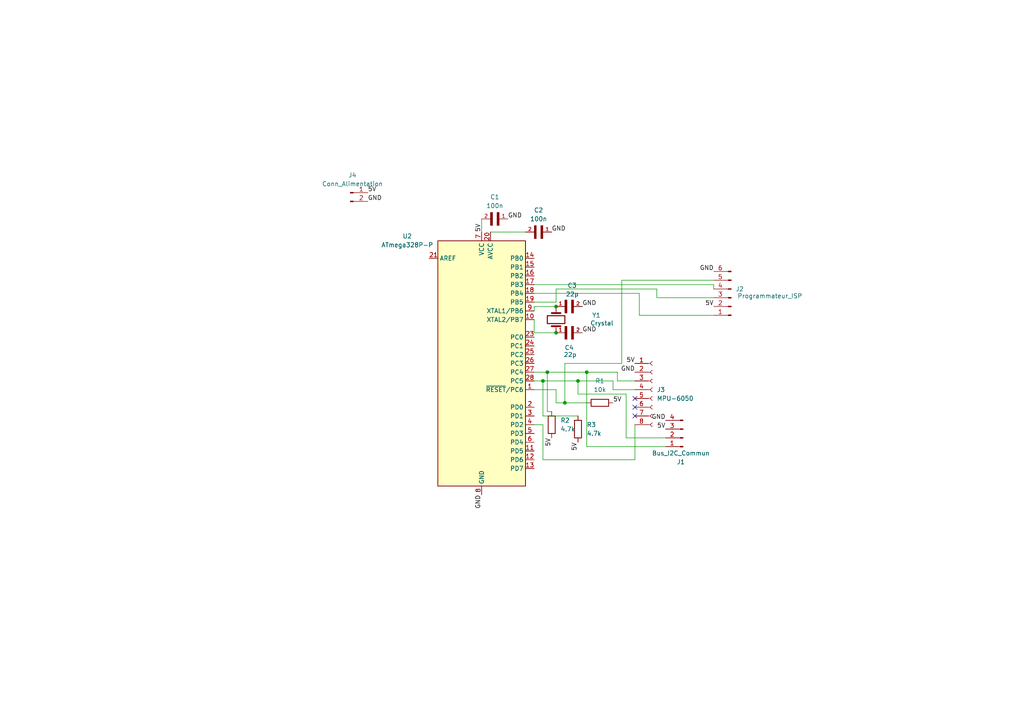
<source format=kicad_sch>
(kicad_sch (version 20250114) (generator "eeschema") (generator_version "9.0")
  (paper "A4")
  (title_block (title "BlackBox"))
  (lib_symbols
    (symbol "C0805F104K5RACTU:C0805F104K5RACTU" (pin_names (offset 1.016))
      (property "Reference" "C" (at 0 3.81 0))
      (property "Value" "C0805F104K5RACTU" (at 0 -5.08 0))
      (symbol "C0805F104K5RACTU_0_0"
        (rectangle (start 0 -1.905) (end 0.635 1.905) (stroke (width 0.1)) (fill (type outline)))
        (rectangle (start 1.905 -1.905) (end 2.54 1.905) (stroke (width 0.1)) (fill (type outline)))
        (pin passive line (at -2.54 0 0) (length 2.54) (name "~") (number "2"))
        (pin passive line (at 5.08 0 180) (length 2.54) (name "~") (number "1"))
      )
    )
    (symbol "Connector:Conn_01x02_Pin" (pin_names (offset 1.016) (hide yes))
      (property "Reference" "J" (at 0 2.54 0))
      (property "Value" "Conn_01x02_Pin" (at 0 -5.08 0))
      (symbol "Conn_01x02_Pin_1_1"
        (rectangle (start 0.8636 0.127) (end 0 -0.127) (stroke (width 0.1524)) (fill (type outline)))
        (rectangle (start 0.8636 -2.413) (end 0 -2.667) (stroke (width 0.1524)) (fill (type outline)))
        (polyline (pts (xy 1.27 0) (xy 0.8636 0)) (stroke (width 0.1524)))
        (polyline (pts (xy 1.27 -2.54) (xy 0.8636 -2.54)) (stroke (width 0.1524)))
        (pin passive line (at 5.08 0 180) (length 3.81) (name "Pin_1") (number "1"))
        (pin passive line (at 5.08 -2.54 180) (length 3.81) (name "Pin_2") (number "2"))
      )
    )
    (symbol "Connector:Conn_01x04_Pin" (pin_names (offset 1.016) (hide yes))
      (property "Reference" "J" (at 0 5.08 0))
      (property "Value" "Conn_01x04_Pin" (at 0 -7.62 0))
      (symbol "Conn_01x04_Pin_1_1"
        (rectangle (start 0.8636 2.667) (end 0 2.413) (stroke (width 0.1524)) (fill (type outline)))
        (rectangle (start 0.8636 0.127) (end 0 -0.127) (stroke (width 0.1524)) (fill (type outline)))
        (rectangle (start 0.8636 -2.413) (end 0 -2.667) (stroke (width 0.1524)) (fill (type outline)))
        (rectangle (start 0.8636 -4.953) (end 0 -5.207) (stroke (width 0.1524)) (fill (type outline)))
        (polyline (pts (xy 1.27 2.54) (xy 0.8636 2.54)) (stroke (width 0.1524)))
        (polyline (pts (xy 1.27 0) (xy 0.8636 0)) (stroke (width 0.1524)))
        (polyline (pts (xy 1.27 -2.54) (xy 0.8636 -2.54)) (stroke (width 0.1524)))
        (polyline (pts (xy 1.27 -5.08) (xy 0.8636 -5.08)) (stroke (width 0.1524)))
        (pin passive line (at 5.08 2.54 180) (length 3.81) (name "Pin_1") (number "1"))
        (pin passive line (at 5.08 0 180) (length 3.81) (name "Pin_2") (number "2"))
        (pin passive line (at 5.08 -2.54 180) (length 3.81) (name "Pin_3") (number "3"))
        (pin passive line (at 5.08 -5.08 180) (length 3.81) (name "Pin_4") (number "4"))
      )
    )
    (symbol "Connector:Conn_01x06_Pin" (pin_names (offset 1.016) (hide yes))
      (property "Reference" "J" (at 0 7.62 0))
      (property "Value" "Conn_01x06_Pin" (at 0 -10.16 0))
      (symbol "Conn_01x06_Pin_1_1"
        (rectangle (start 0.8636 5.207) (end 0 4.953) (stroke (width 0.1524)) (fill (type outline)))
        (rectangle (start 0.8636 2.667) (end 0 2.413) (stroke (width 0.1524)) (fill (type outline)))
        (rectangle (start 0.8636 0.127) (end 0 -0.127) (stroke (width 0.1524)) (fill (type outline)))
        (rectangle (start 0.8636 -2.413) (end 0 -2.667) (stroke (width 0.1524)) (fill (type outline)))
        (rectangle (start 0.8636 -4.953) (end 0 -5.207) (stroke (width 0.1524)) (fill (type outline)))
        (rectangle (start 0.8636 -7.493) (end 0 -7.747) (stroke (width 0.1524)) (fill (type outline)))
        (polyline (pts (xy 1.27 5.08) (xy 0.8636 5.08)) (stroke (width 0.1524)))
        (polyline (pts (xy 1.27 2.54) (xy 0.8636 2.54)) (stroke (width 0.1524)))
        (polyline (pts (xy 1.27 0) (xy 0.8636 0)) (stroke (width 0.1524)))
        (polyline (pts (xy 1.27 -2.54) (xy 0.8636 -2.54)) (stroke (width 0.1524)))
        (polyline (pts (xy 1.27 -5.08) (xy 0.8636 -5.08)) (stroke (width 0.1524)))
        (polyline (pts (xy 1.27 -7.62) (xy 0.8636 -7.62)) (stroke (width 0.1524)))
        (pin passive line (at 5.08 5.08 180) (length 3.81) (name "Pin_1") (number "1"))
        (pin passive line (at 5.08 2.54 180) (length 3.81) (name "Pin_2") (number "2"))
        (pin passive line (at 5.08 0 180) (length 3.81) (name "Pin_3") (number "3"))
        (pin passive line (at 5.08 -2.54 180) (length 3.81) (name "Pin_4") (number "4"))
        (pin passive line (at 5.08 -5.08 180) (length 3.81) (name "Pin_5") (number "5"))
        (pin passive line (at 5.08 -7.62 180) (length 3.81) (name "Pin_6") (number "6"))
      )
    )
    (symbol "Connector:Conn_01x08_Socket" (pin_names (offset 1.016) (hide yes))
      (property "Reference" "J" (at 0 10.16 0))
      (property "Value" "Conn_01x08_Socket" (at 0 -12.7 0))
      (symbol "Conn_01x08_Socket_1_1"
        (polyline (pts (xy -1.27 7.62) (xy -0.508 7.62)) (stroke (width 0.1524)))
        (polyline (pts (xy -1.27 5.08) (xy -0.508 5.08)) (stroke (width 0.1524)))
        (polyline (pts (xy -1.27 2.54) (xy -0.508 2.54)) (stroke (width 0.1524)))
        (polyline (pts (xy -1.27 0) (xy -0.508 0)) (stroke (width 0.1524)))
        (polyline (pts (xy -1.27 -2.54) (xy -0.508 -2.54)) (stroke (width 0.1524)))
        (polyline (pts (xy -1.27 -5.08) (xy -0.508 -5.08)) (stroke (width 0.1524)))
        (polyline (pts (xy -1.27 -7.62) (xy -0.508 -7.62)) (stroke (width 0.1524)))
        (polyline (pts (xy -1.27 -10.16) (xy -0.508 -10.16)) (stroke (width 0.1524)))
        (arc (start 0 7.112) (mid -0.5058 7.62) (end 0 8.128) (stroke (width 0.1524)))
        (arc (start 0 4.572) (mid -0.5058 5.08) (end 0 5.588) (stroke (width 0.1524)))
        (arc (start 0 2.032) (mid -0.5058 2.54) (end 0 3.048) (stroke (width 0.1524)))
        (arc (start 0 -0.508) (mid -0.5058 0) (end 0 0.508) (stroke (width 0.1524)))
        (arc (start 0 -3.048) (mid -0.5058 -2.54) (end 0 -2.032) (stroke (width 0.1524)))
        (arc (start 0 -5.588) (mid -0.5058 -5.08) (end 0 -4.572) (stroke (width 0.1524)))
        (arc (start 0 -8.128) (mid -0.5058 -7.62) (end 0 -7.112) (stroke (width 0.1524)))
        (arc (start 0 -10.668) (mid -0.5058 -10.16) (end 0 -9.652) (stroke (width 0.1524)))
        (pin passive line (at -5.08 7.62 0) (length 3.81) (name "Pin_1") (number "1"))
        (pin passive line (at -5.08 5.08 0) (length 3.81) (name "Pin_2") (number "2"))
        (pin passive line (at -5.08 2.54 0) (length 3.81) (name "Pin_3") (number "3"))
        (pin passive line (at -5.08 0 0) (length 3.81) (name "Pin_4") (number "4"))
        (pin passive line (at -5.08 -2.54 0) (length 3.81) (name "Pin_5") (number "5"))
        (pin passive line (at -5.08 -5.08 0) (length 3.81) (name "Pin_6") (number "6"))
        (pin passive line (at -5.08 -7.62 0) (length 3.81) (name "Pin_7") (number "7"))
        (pin passive line (at -5.08 -10.16 0) (length 3.81) (name "Pin_8") (number "8"))
      )
    )
    (symbol "Device:Crystal" (pin_numbers (hide yes)) (pin_names (offset 1.016) (hide yes))
      (property "Reference" "Y" (at 0 3.81 0))
      (property "Value" "Crystal" (at 0 -3.81 0))
      (symbol "Crystal_0_1"
        (polyline (pts (xy -2.54 0) (xy -1.905 0)))
        (polyline (pts (xy -1.905 -1.27) (xy -1.905 1.27)) (stroke (width 0.508)))
        (rectangle (start -1.143 2.54) (end 1.143 -2.54) (stroke (width 0.3048)))
        (polyline (pts (xy 1.905 -1.27) (xy 1.905 1.27)) (stroke (width 0.508)))
        (polyline (pts (xy 2.54 0) (xy 1.905 0)))
      )
      (symbol "Crystal_1_1"
        (pin passive line (at -3.81 0 0) (length 1.27) (name "1") (number "1"))
        (pin passive line (at 3.81 0 180) (length 1.27) (name "2") (number "2"))
      )
    )
    (symbol "Device:R" (pin_numbers (hide yes)) (pin_names (offset 0))
      (property "Reference" "R" (at 2.032 0 90))
      (property "Value" "R" (at 0 0 90))
      (symbol "R_0_1"
        (rectangle (start -1.016 -2.54) (end 1.016 2.54) (stroke (width 0.254)))
      )
      (symbol "R_1_1"
        (pin passive line (at 0 3.81 270) (length 1.27) (name "~") (number "1"))
        (pin passive line (at 0 -3.81 90) (length 1.27) (name "~") (number "2"))
      )
    )
    (symbol "MCU_Microchip_ATmega:ATmega328P-P"
      (property "Reference" "U" (at -12.7 36.83 0))
      (property "Value" "ATmega328P-P" (at 2.54 -36.83 0))
      (symbol "ATmega328P-P_0_1"
        (rectangle (start -12.7 -35.56) (end 12.7 35.56) (stroke (width 0.254)) (fill (type background)))
      )
      (symbol "ATmega328P-P_1_1"
        (pin passive line (at -15.24 30.48 0) (length 2.54) (name "AREF") (number "21"))
        (pin power_in line (at 0 38.1 270) (length 2.54) (name "VCC") (number "7"))
        (pin passive line (at 0 -38.1 90) (length 2.54) (hide yes) (name "GND") (number "22"))
        (pin power_in line (at 0 -38.1 90) (length 2.54) (name "GND") (number "8"))
        (pin power_in line (at 2.54 38.1 270) (length 2.54) (name "AVCC") (number "20"))
        (pin bidirectional line (at 15.24 30.48 180) (length 2.54) (name "PB0") (number "14"))
        (pin bidirectional line (at 15.24 27.94 180) (length 2.54) (name "PB1") (number "15"))
        (pin bidirectional line (at 15.24 25.4 180) (length 2.54) (name "PB2") (number "16"))
        (pin bidirectional line (at 15.24 22.86 180) (length 2.54) (name "PB3") (number "17"))
        (pin bidirectional line (at 15.24 20.32 180) (length 2.54) (name "PB4") (number "18"))
        (pin bidirectional line (at 15.24 17.78 180) (length 2.54) (name "PB5") (number "19"))
        (pin bidirectional line (at 15.24 15.24 180) (length 2.54) (name "XTAL1/PB6") (number "9"))
        (pin bidirectional line (at 15.24 12.7 180) (length 2.54) (name "XTAL2/PB7") (number "10"))
        (pin bidirectional line (at 15.24 7.62 180) (length 2.54) (name "PC0") (number "23"))
        (pin bidirectional line (at 15.24 5.08 180) (length 2.54) (name "PC1") (number "24"))
        (pin bidirectional line (at 15.24 2.54 180) (length 2.54) (name "PC2") (number "25"))
        (pin bidirectional line (at 15.24 0 180) (length 2.54) (name "PC3") (number "26"))
        (pin bidirectional line (at 15.24 -2.54 180) (length 2.54) (name "PC4") (number "27"))
        (pin bidirectional line (at 15.24 -5.08 180) (length 2.54) (name "PC5") (number "28"))
        (pin bidirectional line (at 15.24 -7.62 180) (length 2.54) (name "~{RESET}/PC6") (number "1"))
        (pin bidirectional line (at 15.24 -12.7 180) (length 2.54) (name "PD0") (number "2"))
        (pin bidirectional line (at 15.24 -15.24 180) (length 2.54) (name "PD1") (number "3"))
        (pin bidirectional line (at 15.24 -17.78 180) (length 2.54) (name "PD2") (number "4"))
        (pin bidirectional line (at 15.24 -20.32 180) (length 2.54) (name "PD3") (number "5"))
        (pin bidirectional line (at 15.24 -22.86 180) (length 2.54) (name "PD4") (number "6"))
        (pin bidirectional line (at 15.24 -25.4 180) (length 2.54) (name "PD5") (number "11"))
        (pin bidirectional line (at 15.24 -27.94 180) (length 2.54) (name "PD6") (number "12"))
        (pin bidirectional line (at 15.24 -30.48 180) (length 2.54) (name "PD7") (number "13"))
      )
    )
  )
  (junction (at 167.64 110.49))
  (junction (at 161.29 88.9))
  (junction (at 163.83 116.84))
  (junction (at 161.29 96.52))
  (junction (at 170.18 107.95))
  (junction (at 157.48 110.49))
  (junction (at 158.75 107.95))
  (no_connect (at 184.15 118.11))
  (no_connect (at 184.15 120.65))
  (no_connect (at 184.15 115.57))
  (wire (pts (xy 170.18 107.95) (xy 170.18 129.54)))
  (wire (pts (xy 154.94 123.19) (xy 157.48 123.19)))
  (wire (pts (xy 207.01 81.28) (xy 180.34 81.28)))
  (wire (pts (xy 158.75 119.38) (xy 160.02 119.38)))
  (wire (pts (xy 185.42 85.09) (xy 154.94 85.09)))
  (wire (pts (xy 161.29 96.52) (xy 154.94 96.52)))
  (wire (pts (xy 157.48 133.35) (xy 184.15 133.35)))
  (wire (pts (xy 180.34 105.41) (xy 163.83 105.41)))
  (wire (pts (xy 170.18 116.84) (xy 163.83 116.84)))
  (wire (pts (xy 190.5 86.36) (xy 207.01 86.36)))
  (wire (pts (xy 161.29 113.03) (xy 154.94 113.03)))
  (wire (pts (xy 179.07 110.49) (xy 179.07 107.95)))
  (wire (pts (xy 161.29 88.9) (xy 154.94 88.9)))
  (wire (pts (xy 184.15 133.35) (xy 184.15 123.19)))
  (wire (pts (xy 157.48 110.49) (xy 157.48 120.65)))
  (wire (pts (xy 181.61 127) (xy 181.61 114.3)))
  (wire (pts (xy 163.83 105.41) (xy 163.83 116.84)))
  (wire (pts (xy 167.64 114.3) (xy 167.64 110.49)))
  (wire (pts (xy 157.48 110.49) (xy 167.64 110.49)))
  (wire (pts (xy 177.8 110.49) (xy 177.8 113.03)))
  (wire (pts (xy 170.18 107.95) (xy 179.07 107.95)))
  (wire (pts (xy 163.83 116.84) (xy 161.29 116.84)))
  (wire (pts (xy 157.48 120.65) (xy 167.64 120.65)))
  (wire (pts (xy 180.34 81.28) (xy 180.34 105.41)))
  (wire (pts (xy 190.5 83.82) (xy 190.5 86.36)))
  (wire (pts (xy 154.94 110.49) (xy 157.48 110.49)))
  (wire (pts (xy 161.29 87.63) (xy 161.29 83.82)))
  (wire (pts (xy 193.04 127) (xy 181.61 127)))
  (wire (pts (xy 139.7 63.5) (xy 139.7 67.31)))
  (wire (pts (xy 158.75 107.95) (xy 158.75 119.38)))
  (wire (pts (xy 142.24 67.31) (xy 152.4 67.31)))
  (wire (pts (xy 154.94 96.52) (xy 154.94 92.71)))
  (wire (pts (xy 154.94 88.9) (xy 154.94 90.17)))
  (wire (pts (xy 207.01 82.55) (xy 207.01 83.82)))
  (wire (pts (xy 181.61 114.3) (xy 167.64 114.3)))
  (wire (pts (xy 154.94 107.95) (xy 158.75 107.95)))
  (wire (pts (xy 177.8 113.03) (xy 184.15 113.03)))
  (wire (pts (xy 161.29 116.84) (xy 161.29 113.03)))
  (wire (pts (xy 157.48 123.19) (xy 157.48 133.35)))
  (wire (pts (xy 161.29 83.82) (xy 190.5 83.82)))
  (wire (pts (xy 185.42 91.44) (xy 185.42 85.09)))
  (wire (pts (xy 154.94 82.55) (xy 207.01 82.55)))
  (wire (pts (xy 184.15 110.49) (xy 179.07 110.49)))
  (wire (pts (xy 167.64 110.49) (xy 177.8 110.49)))
  (wire (pts (xy 193.04 129.54) (xy 170.18 129.54)))
  (wire (pts (xy 154.94 87.63) (xy 161.29 87.63)))
  (wire (pts (xy 207.01 91.44) (xy 185.42 91.44)))
  (wire (pts (xy 158.75 107.95) (xy 170.18 107.95)))
  (label "GND" (at 184.15 107.95 180))
  (label "GND" (at 139.7 143.51 270))
  (label "5V" (at 160.02 127 270))
  (label "GND" (at 168.91 88.9 0))
  (label "GND" (at 193.04 121.92 180))
  (label "GND" (at 160.02 67.31 0))
  (label "5V" (at 139.7 67.31 90))
  (label "5V" (at 207.01 88.9 180))
  (label "5V" (at 193.04 124.46 180))
  (label "5V" (at 184.15 105.41 180))
  (label "GND" (at 106.68 58.42 0))
  (label "5V" (at 106.68 55.88 0))
  (label "5V" (at 167.64 128.27 270))
  (label "GND" (at 207.01 78.74 180))
  (label "GND" (at 147.32 63.5 0))
  (label "5V" (at 177.8 116.84 0))
  (label "GND" (at 168.91 96.52 0))
  (symbol (lib_id "Device:R") (at 173.99 116.84 270) (unit 1)
    (property "Reference" "R1" (at 173.99 110.49 90))
    (property "Value" "10k" (at 173.99 113.03 90))
    (property "Footprint" "Resistor_THT:R_Axial_DIN0207_L6.3mm_D2.5mm_P7.62mm_Horizontal" (effects (hide yes)))
    (property "Description" "Resistor" (effects (hide yes)))
  )
  (symbol (lib_id "Connector:Conn_01x08_Socket") (at 189.23 113.03 0) (unit 1)
    (property "Reference" "J3" (at 190.5 113.0299 0) (effects (justify left)))
    (property "Value" "MPU-6050" (at 190.5 115.5699 0) (effects (justify left)))
    (property "Footprint" "Connector_PinHeader_2.54mm:PinHeader_1x08_P2.54mm_Vertical" (effects (hide yes)))
    (property "Description" "Generic connector, single row, 01x08, script generated" (effects (hide yes)))
  )
  (symbol (lib_id "C0805F104K5RACTU:C0805F104K5RACTU") (at 166.37 96.52 180) (unit 1)
    (property "Reference" "C4" (at 165.1 100.838 0))
    (property "Value" "22p" (at 165.354 102.87 0))
    (property "Footprint" "Capacitor_THT:CP_Radial_D5.0mm_P2.50mm" (effects (hide yes)))
    (property "MF" "KEMET" (effects (hide yes)))
    (property "Description_1" "0805 C 100nF Ceramic Multilayer Capacitor, 50 VDC, +125degC, X7R Dielec, +/-10% | KEMET C0805F104K5RACTU" (effects (hide yes)))
    (property "Package" "0805 Kemet" (effects (hide yes)))
    (property "Price" "None" (effects (hide yes)))
    (property "SnapEDA_Link" "https://www.snapeda.com/parts/C0805F104K5RACTU/KEMET/view-part/?ref=snap" (effects (hide yes)))
    (property "MP" "C0805F104K5RACTU" (effects (hide yes)))
    (property "Availability" "In Stock" (effects (hide yes)))
    (property "Check_prices" "https://www.snapeda.com/parts/C0805F104K5RACTU/KEMET/view-part/?ref=eda" (effects (hide yes)))
  )
  (symbol (lib_id "Connector:Conn_01x04_Pin") (at 198.12 127 180) (unit 1)
    (property "Reference" "J1" (at 197.485 133.985 0))
    (property "Value" "Bus_I2C_Commun" (at 197.485 131.445 0))
    (property "Footprint" "Connector_PinHeader_2.54mm:PinHeader_1x04_P2.54mm_Vertical" (effects (hide yes)))
    (property "Description" "Generic connector, single row, 01x04, script generated" (effects (hide yes)))
  )
  (symbol (lib_id "C0805F104K5RACTU:C0805F104K5RACTU") (at 142.24 63.5 0) (unit 1)
    (property "Reference" "C1" (at 143.51 57.15 0))
    (property "Value" "100n" (at 143.51 59.69 0))
    (property "Footprint" "Capacitor_THT:CP_Radial_D6.3mm_P2.50mm" (effects (hide yes)))
    (property "MF" "KEMET" (effects (hide yes)))
    (property "Description_1" "0805 C 100nF Ceramic Multilayer Capacitor, 50 VDC, +125degC, X7R Dielec, +/-10% | KEMET C0805F104K5RACTU" (effects (hide yes)))
    (property "Package" "0805 Kemet" (effects (hide yes)))
    (property "Price" "None" (effects (hide yes)))
    (property "SnapEDA_Link" "https://www.snapeda.com/parts/C0805F104K5RACTU/KEMET/view-part/?ref=snap" (effects (hide yes)))
    (property "MP" "C0805F104K5RACTU" (effects (hide yes)))
    (property "Availability" "In Stock" (effects (hide yes)))
    (property "Check_prices" "https://www.snapeda.com/parts/C0805F104K5RACTU/KEMET/view-part/?ref=eda" (effects (hide yes)))
  )
  (symbol (lib_id "Connector:Conn_01x06_Pin") (at 212.09 86.36 180) (unit 1)
    (property "Reference" "J2" (at 213.36 83.8199 0) (effects (justify right)))
    (property "Value" "Programmateur_ISP" (at 213.868 85.852 0) (effects (justify right)))
    (property "Footprint" "Connector_PinHeader_2.54mm:PinHeader_1x06_P2.54mm_Vertical" (effects (hide yes)))
    (property "Description" "Generic connector, single row, 01x06, script generated" (effects (hide yes)))
  )
  (symbol (lib_id "C0805F104K5RACTU:C0805F104K5RACTU") (at 166.37 88.9 180) (unit 1)
    (property "Reference" "C3" (at 164.592 82.804 0) (effects (justify right)))
    (property "Value" "22p" (at 164.084 85.344 0) (effects (justify right)))
    (property "Footprint" "Capacitor_THT:CP_Radial_D5.0mm_P2.50mm" (effects (hide yes)))
    (property "MF" "KEMET" (effects (hide yes)))
    (property "Description_1" "0805 C 100nF Ceramic Multilayer Capacitor, 50 VDC, +125degC, X7R Dielec, +/-10% | KEMET C0805F104K5RACTU" (effects (hide yes)))
    (property "Package" "0805 Kemet" (effects (hide yes)))
    (property "Price" "None" (effects (hide yes)))
    (property "SnapEDA_Link" "https://www.snapeda.com/parts/C0805F104K5RACTU/KEMET/view-part/?ref=snap" (effects (hide yes)))
    (property "MP" "C0805F104K5RACTU" (effects (hide yes)))
    (property "Availability" "In Stock" (effects (hide yes)))
    (property "Check_prices" "https://www.snapeda.com/parts/C0805F104K5RACTU/KEMET/view-part/?ref=eda" (effects (hide yes)))
  )
  (symbol (lib_id "Device:Crystal") (at 161.29 92.71 90) (unit 1)
    (property "Reference" "Y1" (at 171.704 91.44 90) (effects (justify right)))
    (property "Value" "Crystal" (at 171.196 93.726 90) (effects (justify right)))
    (property "Footprint" "Crystal:Crystal_HC49-U_Vertical" (effects (hide yes)))
    (property "Description" "Two pin crystal" (effects (hide yes)))
  )
  (symbol (lib_id "Device:R") (at 160.02 123.19 0) (unit 1)
    (property "Reference" "R2" (at 162.56 121.9199 0) (effects (justify left)))
    (property "Value" "4.7k" (at 162.56 124.4599 0) (effects (justify left)))
    (property "Footprint" "Resistor_THT:R_Axial_DIN0309_L9.0mm_D3.2mm_P12.70mm_Horizontal" (effects (hide yes)))
    (property "Description" "Resistor" (effects (hide yes)))
  )
  (symbol (lib_id "Connector:Conn_01x02_Pin") (at 101.6 55.88 0) (unit 1)
    (property "Reference" "J4" (at 102.235 50.8 0))
    (property "Value" "Conn_Alimentation" (at 102.235 53.34 0))
    (property "Footprint" "Connector_PinHeader_2.54mm:PinHeader_1x02_P2.54mm_Vertical" (effects (hide yes)))
    (property "Description" "Generic connector, single row, 01x02, script generated" (effects (hide yes)))
  )
  (symbol (lib_id "MCU_Microchip_ATmega:ATmega328P-P") (at 139.7 105.41 0) (unit 1)
    (property "Reference" "U2" (at 118.11 68.5098 0))
    (property "Value" "ATmega328P-P" (at 118.11 71.0498 0))
    (property "Footprint" "Package_DIP:DIP-28_W7.62mm" (effects (hide yes)))
    (property "Datasheet" "http://ww1.microchip.com/downloads/en/DeviceDoc/ATmega328_P%20AVR%20MCU%20with%20picoPower%20Technology%20Data%20Sheet%2040001984A.pdf" (effects (hide yes)))
    (property "Description" "20MHz, 32kB Flash, 2kB SRAM, 1kB EEPROM, DIP-28" (effects (hide yes)))
  )
  (symbol (lib_id "Device:R") (at 167.64 124.46 0) (unit 1)
    (property "Reference" "R3" (at 170.18 123.1899 0) (effects (justify left)))
    (property "Value" "4.7k" (at 170.18 125.7299 0) (effects (justify left)))
    (property "Footprint" "Resistor_THT:R_Axial_DIN0309_L9.0mm_D3.2mm_P12.70mm_Horizontal" (effects (hide yes)))
    (property "Description" "Resistor" (effects (hide yes)))
  )
  (symbol (lib_id "C0805F104K5RACTU:C0805F104K5RACTU") (at 154.94 67.31 0) (unit 1)
    (property "Reference" "C2" (at 156.21 60.96 0))
    (property "Value" "100n" (at 156.21 63.5 0))
    (property "Footprint" "Capacitor_THT:CP_Radial_D6.3mm_P2.50mm" (effects (hide yes)))
    (property "MF" "KEMET" (effects (hide yes)))
    (property "Description_1" "0805 C 100nF Ceramic Multilayer Capacitor, 50 VDC, +125degC, X7R Dielec, +/-10% | KEMET C0805F104K5RACTU" (effects (hide yes)))
    (property "Package" "0805 Kemet" (effects (hide yes)))
    (property "Price" "None" (effects (hide yes)))
    (property "SnapEDA_Link" "https://www.snapeda.com/parts/C0805F104K5RACTU/KEMET/view-part/?ref=snap" (effects (hide yes)))
    (property "MP" "C0805F104K5RACTU" (effects (hide yes)))
    (property "Availability" "In Stock" (effects (hide yes)))
    (property "Check_prices" "https://www.snapeda.com/parts/C0805F104K5RACTU/KEMET/view-part/?ref=eda" (effects (hide yes)))
  )
)
</source>
